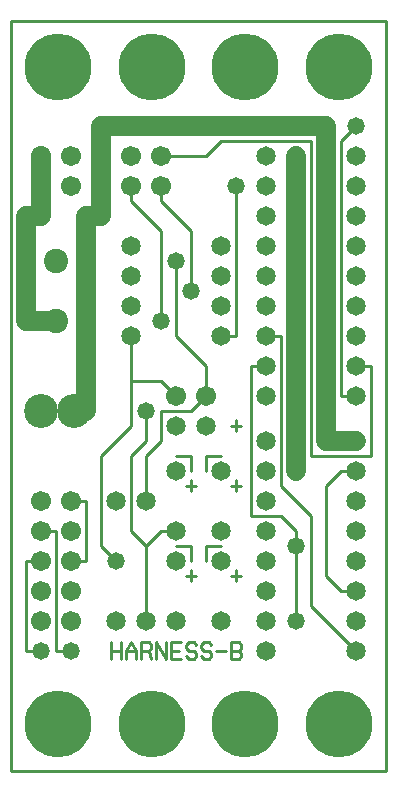
<source format=gtl>
%MOIN*%
%FSLAX25Y25*%
G04 D10 used for Character Trace; *
G04     Circle (OD=.01000) (No hole)*
G04 D11 used for Power Trace; *
G04     Circle (OD=.06700) (No hole)*
G04 D12 used for Signal Trace; *
G04     Circle (OD=.01100) (No hole)*
G04 D13 used for Via; *
G04     Circle (OD=.05800) (Round. Hole ID=.02800)*
G04 D14 used for Component hole; *
G04     Circle (OD=.06500) (Round. Hole ID=.03500)*
G04 D15 used for Component hole; *
G04     Circle (OD=.06700) (Round. Hole ID=.04300)*
G04 D16 used for Component hole; *
G04     Circle (OD=.08100) (Round. Hole ID=.05100)*
G04 D17 used for Component hole; *
G04     Circle (OD=.08900) (Round. Hole ID=.05900)*
G04 D18 used for Component hole; *
G04     Circle (OD=.11300) (Round. Hole ID=.08300)*
G04 D19 used for Component hole; *
G04     Circle (OD=.16000) (Round. Hole ID=.13000)*
G04 D20 used for Component hole; *
G04     Circle (OD=.18300) (Round. Hole ID=.15300)*
G04 D21 used for Component hole; *
G04     Circle (OD=.22291) (Round. Hole ID=.19291)*
%ADD10C,.01000*%
%ADD11C,.06700*%
%ADD12C,.01100*%
%ADD13C,.05800*%
%ADD14C,.06500*%
%ADD15C,.06700*%
%ADD16C,.08100*%
%ADD17C,.08900*%
%ADD18C,.11300*%
%ADD19C,.16000*%
%ADD20C,.18300*%
%ADD21C,.22291*%
%IPPOS*%
%LPD*%
G90*X0Y0D02*D21*X15625Y15625D03*D10*              
X33326Y37129D02*Y42871D01*X36674Y37129D02*        
Y42871D01*X33326Y40000D02*X36674D01*              
X38326Y37129D02*Y40000D01*X40000Y42871D01*        
X41674Y40000D01*Y37129D01*X38326Y40000D02*        
X41674D01*X43326Y37129D02*Y42871D01*X45837D01*    
X46674Y41914D01*Y40957D01*X45837Y40000D01*        
X43326D01*X45837D02*X46674Y37129D01*X48326D02*    
Y42871D01*X51674Y37129D01*Y42871D01*              
X56674Y37129D02*X53326D01*Y42871D01*X56674D01*    
X53326Y40000D02*X55837D01*X61674Y41914D02*        
X60837Y42871D01*X59163D01*X58326Y41914D01*        
Y40957D01*X59163Y40000D01*X60837D01*              
X61674Y39043D01*Y38086D01*X60837Y37129D01*        
X59163D01*X58326Y38086D01*X66674Y41914D02*        
X65837Y42871D01*X64163D01*X63326Y41914D01*        
Y40957D01*X64163Y40000D01*X65837D01*              
X66674Y39043D01*Y38086D01*X65837Y37129D01*        
X64163D01*X63326Y38086D01*X68326Y40000D02*        
X71674D01*X73326Y37129D02*Y42871D01*X75837D01*    
X76674Y41914D01*Y40957D01*X75837Y40000D01*        
X76674Y39043D01*Y38086D01*X75837Y37129D01*        
X73326D01*Y40000D02*X75837D01*D13*X20000D03*D12*  
X15000D01*Y80000D01*X10000D01*D15*D03*            
X20000Y70000D03*D12*X25000D01*Y90000D01*X20000D01*
D15*D03*X10000D03*X20000Y80000D03*D12*            
X30000Y75000D02*Y105000D01*X35000Y70000D02*       
X30000Y75000D01*D13*X35000Y70000D03*D12*          
X45000Y75000D02*X40000Y80000D01*X45000Y50000D02*  
Y75000D01*D14*Y50000D03*X55000D03*X35000D03*D10*  
X58326Y65000D02*X61674D01*X60000Y66914D02*        
Y63086D01*D12*X65000Y70000D02*Y75000D01*X70000D01*
D14*Y80000D03*Y70000D03*D12*X80000Y85000D02*      
X90000D01*X95000Y80000D01*Y75000D01*D13*D03*D12*  
Y50000D01*D13*D03*D12*X115000Y40000D02*           
X100000Y55000D01*D14*X115000Y40000D03*Y50000D03*  
D12*X100000Y55000D02*Y85000D01*X90000Y95000D01*   
Y145000D01*X85000D01*D14*D03*D12*X80000Y85000D02* 
Y135000D01*D14*X85000Y80000D03*Y90000D03*D10*     
X73326Y95000D02*X76674D01*X75000Y96914D02*        
Y93086D01*D13*X95000Y100000D03*D11*Y165000D01*D13*
D03*D11*Y205000D01*D13*D03*D12*X100000Y105000D02* 
Y210000D01*Y105000D02*X120000D01*Y135000D01*      
X115000D01*D14*D03*D12*X110000Y125000D02*         
X115000D01*D14*D03*D12*X110000D02*Y210000D01*     
X115000Y215000D01*D13*D03*D11*X105000Y165000D02*  
Y215000D01*D13*Y165000D03*D11*Y110000D01*         
X115000D01*D14*D03*D12*X105000Y95000D02*          
X110000Y100000D01*X105000Y65000D02*Y95000D01*     
X110000Y60000D02*X105000Y65000D01*                
X110000Y60000D02*X115000D01*D14*D03*Y70000D03*    
Y80000D03*X85000Y70000D03*X115000Y90000D03*       
X85000Y60000D03*Y50000D03*Y40000D03*D10*          
X73326Y65000D02*X76674D01*X75000Y66914D02*        
Y63086D01*D14*X115000Y100000D03*D12*X110000D01*   
D14*X85000Y125000D03*Y110000D03*Y100000D03*D10*   
X73326Y115000D02*X76674D01*X75000Y116914D02*      
Y113086D01*D14*X85000Y135000D03*D12*X80000D01*D14*
X70000Y145000D03*D12*X75000D01*Y195000D01*D13*D03*
D14*X85000Y185000D03*Y205000D03*D12*X50000D02*    
X65000D01*D15*X50000D03*X40000Y195000D03*D12*     
Y190000D01*X50000Y180000D01*Y150000D01*D13*D03*   
D12*X65000Y135000D02*X55000Y145000D01*            
X65000Y125000D02*Y135000D01*D15*Y125000D03*D12*   
X60000Y120000D01*X50000D01*Y110000D01*            
X45000Y105000D01*Y90000D01*D14*D03*               
X55000Y80000D03*D12*X50000D01*X45000Y75000D01*    
X40000Y80000D02*Y105000D01*X45000Y110000D01*      
Y120000D01*D13*D03*D12*X30000Y105000D02*          
X40000Y115000D01*Y130000D01*X50000D01*            
X55000Y125000D01*D15*D03*D14*X65000Y115000D03*    
X55000D03*D12*X40000Y130000D02*Y145000D01*D14*D03*
Y155000D03*D12*X55000Y145000D02*Y170000D01*D13*   
D03*D12*X60000Y160000D02*Y180000D01*D13*          
Y160000D03*D14*X70000Y155000D03*Y165000D03*       
Y175000D03*X40000D03*Y165000D03*D12*              
X60000Y180000D02*X50000Y190000D01*Y195000D01*D15* 
D03*X40000Y205000D03*D12*X65000D02*               
X70000Y210000D01*X100000D01*D11*X30000Y215000D02* 
X105000D01*X30000Y205000D02*Y215000D01*D15*       
Y205000D03*D11*Y195000D01*D15*D03*D11*Y185000D01* 
X25000D01*Y120000D01*X21000D01*D18*D03*X10000D03* 
D16*X15000Y150000D03*D11*X5000D01*Y185000D01*     
X10000D01*Y195000D01*D15*D03*D11*Y205000D01*D15*  
D03*X20000Y195000D03*Y205000D03*D21*              
X15625Y234375D03*D16*X15000Y170000D03*D21*        
X46875Y234375D03*D12*X0Y0D02*Y250000D01*Y0D02*    
X125000D01*Y250000D01*X0D01*D21*X78125Y234375D03* 
D14*X85000Y165000D03*Y175000D03*Y195000D03*       
Y155000D03*D21*X109375Y234375D03*D14*             
X115000Y145000D03*Y155000D03*Y165000D03*          
Y175000D03*Y185000D03*Y195000D03*Y205000D03*D12*  
X55000Y105000D02*X60000D01*Y100000D01*X65000D02*  
Y105000D01*X70000D01*D14*Y100000D03*D10*          
X58326Y95000D02*X61674D01*X60000Y96914D02*        
Y93086D01*D14*X55000Y100000D03*D12*Y75000D02*     
X60000D01*Y70000D01*D14*X55000D03*X70000Y50000D03*
X35000Y90000D03*D15*X20000Y60000D03*Y50000D03*    
X10000Y70000D03*D12*X5000D01*Y40000D01*X10000D01* 
D13*D03*D15*Y50000D03*Y60000D03*D21*              
X46875Y15625D03*X78125D03*X109375D03*M02*         

</source>
